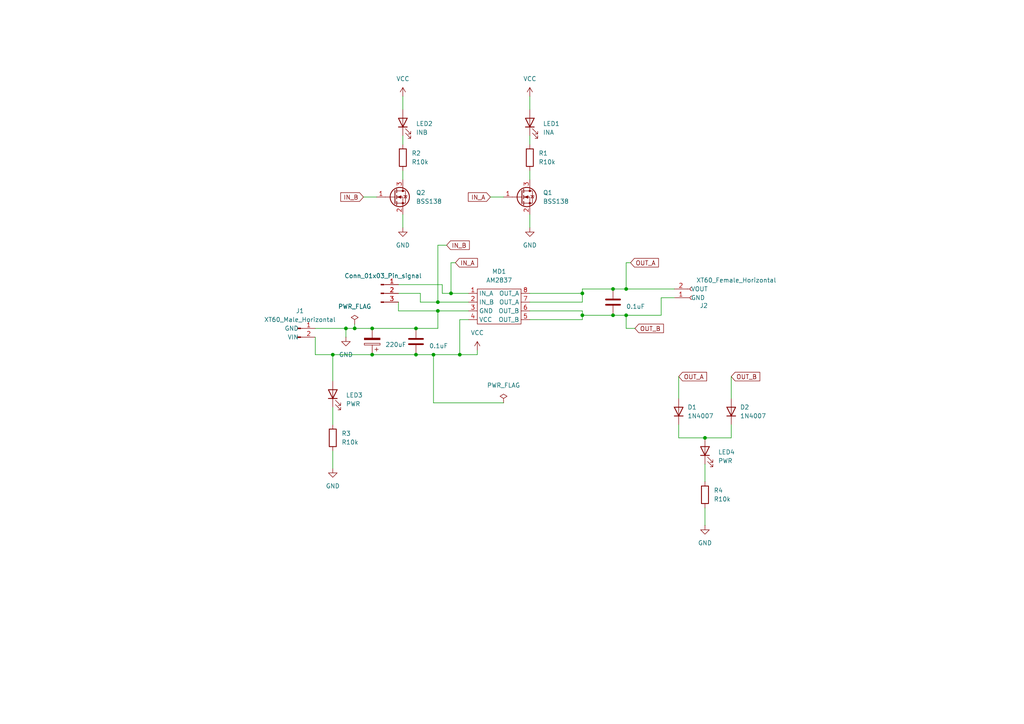
<source format=kicad_sch>
(kicad_sch (version 20250114) (generator "eeschema") (generator_version "9.0")
  (paper "A4")
  (title_block (title "モータードライバ基板（弱）") (date "2024-09-30") (rev "1") (company "明治大学オートメーション研究部") (comment 1 "次田英太") (comment 2 "電気電子生命学科2年"))
  (lib_symbols
    (symbol "00_mylib:AM2837"
      (property "Reference" "MD" (at -0.254 6.35 0))
      (property "Value" "AM2837" (at -2.54 6.35 0))
      (symbol "AM2837_0_1"
        (rectangle (start -6.35 5.08) (end 6.35 -5.08))
      )
      (symbol "AM2837_1_1"
        (pin input line (at -8.89 3.81 0) (length 2.54) (name "IN_A") (number "1"))
        (pin input line (at -8.89 1.27 0) (length 2.54) (name "IN_B") (number "2"))
        (pin power_in line (at -8.89 -1.27 0) (length 2.54) (name "GND") (number "3"))
        (pin power_in line (at -8.89 -3.81 0) (length 2.54) (name "VCC") (number "4"))
        (pin power_out line (at 8.89 3.81 180) (length 2.54) (name "OUT_A") (number "8"))
        (pin power_out line (at 8.89 1.27 180) (length 2.54) (name "OUT_A") (number "7"))
        (pin power_out line (at 8.89 -1.27 180) (length 2.54) (name "OUT_B") (number "6"))
        (pin power_out line (at 8.89 -3.81 180) (length 2.54) (name "OUT_B") (number "5"))
      )
    )
    (symbol "00_mylib:C1608" (pin_numbers (hide yes)) (pin_names (offset 0.254))
      (property "Reference" "C" (at 0.635 2.54 0))
      (property "Value" "C1608" (at 0.635 -2.54 0))
      (symbol "C1608_0_1"
        (polyline (pts (xy -2.032 0.762) (xy 2.032 0.762)) (stroke (width 0.508)))
        (polyline (pts (xy -2.032 -0.762) (xy 2.032 -0.762)) (stroke (width 0.508)))
      )
      (symbol "C1608_1_1"
        (pin passive line (at 0 3.81 270) (length 2.794) (name "~") (number "1"))
        (pin passive line (at 0 -3.81 90) (length 2.794) (name "~") (number "2"))
      )
    )
    (symbol "00_mylib:C_Polarized_SMD" (pin_numbers (hide yes)) (pin_names (offset 0.254))
      (property "Reference" "C" (at 0.635 2.54 0))
      (property "Value" "C_Polarized_SMD_10x10.2" (at 0.635 -2.54 0))
      (symbol "C_Polarized_SMD_0_1"
        (rectangle (start -2.286 0.508) (end 2.286 1.016))
        (polyline (pts (xy -1.778 2.286) (xy -0.762 2.286)))
        (polyline (pts (xy -1.27 2.794) (xy -1.27 1.778)))
        (rectangle (start 2.286 -0.508) (end -2.286 -1.016) (fill (type outline)))
      )
      (symbol "C_Polarized_SMD_1_1"
        (pin passive line (at 0 3.81 270) (length 2.794) (name "~") (number "1"))
        (pin passive line (at 0 -3.81 90) (length 2.794) (name "~") (number "2"))
      )
    )
    (symbol "00_mylib:Conn_01x03_Pin_signal" (pin_names (offset 1.016) (hide yes))
      (property "Value" "Conn_01x03_Pin_signal" (at 0 -5.08 0))
      (symbol "Conn_01x03_Pin_signal_1_1"
        (rectangle (start 0.8636 2.667) (end 0 2.413) (stroke (width 0.1524)) (fill (type outline)))
        (rectangle (start 0.8636 0.127) (end 0 -0.127) (stroke (width 0.1524)) (fill (type outline)))
        (rectangle (start 0.8636 -2.413) (end 0 -2.667) (stroke (width 0.1524)) (fill (type outline)))
        (polyline (pts (xy 1.27 2.54) (xy 0.8636 2.54)) (stroke (width 0.1524)))
        (polyline (pts (xy 1.27 0) (xy 0.8636 0)) (stroke (width 0.1524)))
        (polyline (pts (xy 1.27 -2.54) (xy 0.8636 -2.54)) (stroke (width 0.1524)))
        (pin passive line (at 5.08 2.54 180) (length 3.81) (name "Pin_1") (number "1"))
        (pin passive line (at 5.08 0 180) (length 3.81) (name "Pin_2") (number "2"))
        (pin passive line (at 5.08 -2.54 180) (length 3.81) (name "Pin_3") (number "3"))
      )
    )
    (symbol "00_mylib:LED1608" (pin_numbers (hide yes)) (pin_names (offset 1.016) (hide yes))
      (property "Reference" "LED" (at 0 2.54 0))
      (property "Value" "LED1608" (at 0 -2.54 0))
      (symbol "LED1608_0_1"
        (polyline (pts (xy -3.048 -0.762) (xy -4.572 -2.286) (xy -3.81 -2.286) (xy -4.572 -2.286) (xy -4.572 -1.524)))
        (polyline (pts (xy -1.778 -0.762) (xy -3.302 -2.286) (xy -2.54 -2.286) (xy -3.302 -2.286) (xy -3.302 -1.524)))
        (polyline (pts (xy -1.27 0) (xy 1.27 0)))
        (polyline (pts (xy -1.27 -1.27) (xy -1.27 1.27)) (stroke (width 0.254)))
        (polyline (pts (xy 1.27 -1.27) (xy 1.27 1.27) (xy -1.27 0) (xy 1.27 -1.27)) (stroke (width 0.254)))
      )
      (symbol "LED1608_1_1"
        (pin passive line (at -3.81 0 0) (length 2.54) (name "K") (number "1"))
        (pin passive line (at 3.81 0 180) (length 2.54) (name "A") (number "2"))
      )
    )
    (symbol "00_mylib:R1608" (pin_numbers (hide yes)) (pin_names (offset 0))
      (property "Reference" "R" (at 2.032 0 90))
      (property "Value" "R1608" (at 0 0 90))
      (symbol "R1608_0_1"
        (rectangle (start -1.016 -2.54) (end 1.016 2.54) (stroke (width 0.254)))
      )
      (symbol "R1608_1_1"
        (pin passive line (at 0 3.81 270) (length 1.27) (name "~") (number "1"))
        (pin passive line (at 0 -3.81 90) (length 1.27) (name "~") (number "2"))
      )
    )
    (symbol "00_mylib:XT60_Female_Horizontal" (pin_names (offset 1.016))
      (property "Reference" "J" (at 0 2.54 0))
      (property "Value" "XT60_Female_Horizontal" (at 0 -5.08 0))
      (symbol "XT60_Female_Horizontal_1_1"
        (polyline (pts (xy -1.27 0) (xy -0.508 0)) (stroke (width 0.1524)))
        (polyline (pts (xy -1.27 -2.54) (xy -0.508 -2.54)) (stroke (width 0.1524)))
        (arc (start 0 -0.508) (mid -0.5058 0) (end 0 0.508) (stroke (width 0.1524)))
        (arc (start 0 -3.048) (mid -0.5058 -2.54) (end 0 -2.032) (stroke (width 0.1524)))
        (pin passive line (at -5.08 0 0) (length 3.81) (name "GND") (number "1"))
        (pin power_in line (at -5.08 -2.54 0) (length 3.81) (name "VOUT") (number "2"))
      )
    )
    (symbol "00_mylib:XT60_Male_Horizontal" (pin_names (offset 1.016))
      (property "Reference" "J" (at 0 2.54 0))
      (property "Value" "XT60_Male_Horizontal" (at 0 -5.08 0))
      (symbol "XT60_Male_Horizontal_1_1"
        (rectangle (start 0.8636 0.127) (end 0 -0.127) (stroke (width 0.1524)) (fill (type outline)))
        (rectangle (start 0.8636 -2.413) (end 0 -2.667) (stroke (width 0.1524)) (fill (type outline)))
        (polyline (pts (xy 1.27 0) (xy 0.8636 0)) (stroke (width 0.1524)))
        (polyline (pts (xy 1.27 -2.54) (xy 0.8636 -2.54)) (stroke (width 0.1524)))
        (pin passive line (at 5.08 0 180) (length 3.81) (name "GND") (number "1"))
        (pin power_out line (at 5.08 -2.54 180) (length 3.81) (name "VIN") (number "2"))
      )
    )
    (symbol "Diode:1N4007" (pin_numbers (hide yes)) (pin_names (hide yes))
      (property "Reference" "D" (at 0 2.54 0))
      (property "Value" "1N4007" (at 0 -2.54 0))
      (symbol "1N4007_0_1"
        (polyline (pts (xy -1.27 1.27) (xy -1.27 -1.27)) (stroke (width 0.254)))
        (polyline (pts (xy 1.27 1.27) (xy 1.27 -1.27) (xy -1.27 0) (xy 1.27 1.27)) (stroke (width 0.254)))
        (polyline (pts (xy 1.27 0) (xy -1.27 0)))
      )
      (symbol "1N4007_1_1"
        (pin passive line (at -3.81 0 0) (length 2.54) (name "K") (number "1"))
        (pin passive line (at 3.81 0 180) (length 2.54) (name "A") (number "2"))
      )
    )
    (symbol "Transistor_FET:BSS138" (pin_names (hide yes))
      (property "Reference" "Q" (at 5.08 1.905 0))
      (property "Value" "BSS138" (at 5.08 0 0))
      (symbol "BSS138_0_1"
        (polyline (pts (xy 0.254 1.905) (xy 0.254 -1.905)) (stroke (width 0.254)))
        (polyline (pts (xy 0.254 0) (xy -2.54 0)))
        (polyline (pts (xy 0.762 2.286) (xy 0.762 1.27)) (stroke (width 0.254)))
        (polyline (pts (xy 0.762 0.508) (xy 0.762 -0.508)) (stroke (width 0.254)))
        (polyline (pts (xy 0.762 -1.27) (xy 0.762 -2.286)) (stroke (width 0.254)))
        (polyline (pts (xy 0.762 -1.778) (xy 3.302 -1.778) (xy 3.302 1.778) (xy 0.762 1.778)))
        (polyline (pts (xy 1.016 0) (xy 2.032 0.381) (xy 2.032 -0.381) (xy 1.016 0)) (fill (type outline)))
        (circle (center 1.651 0) (radius 2.794) (stroke (width 0.254)))
        (polyline (pts (xy 2.54 2.54) (xy 2.54 1.778)))
        (circle (center 2.54 1.778) (radius 0.254) (fill (type outline)))
        (circle (center 2.54 -1.778) (radius 0.254) (fill (type outline)))
        (polyline (pts (xy 2.54 -2.54) (xy 2.54 0) (xy 0.762 0)))
        (polyline (pts (xy 2.794 0.508) (xy 2.921 0.381) (xy 3.683 0.381) (xy 3.81 0.254)))
        (polyline (pts (xy 3.302 0.381) (xy 2.921 -0.254) (xy 3.683 -0.254) (xy 3.302 0.381)))
      )
      (symbol "BSS138_1_1"
        (pin input line (at -5.08 0 0) (length 2.54) (name "G") (number "1"))
        (pin passive line (at 2.54 5.08 270) (length 2.54) (name "D") (number "3"))
        (pin passive line (at 2.54 -5.08 90) (length 2.54) (name "S") (number "2"))
      )
    )
    (symbol "power:GND" (power) (pin_numbers (hide yes)) (pin_names (offset 0) (hide yes))
      (property "Value" "GND" (at 0 -3.81 0))
      (symbol "GND_0_1"
        (polyline (pts (xy 0 0) (xy 0 -1.27) (xy 1.27 -1.27) (xy 0 -2.54) (xy -1.27 -1.27) (xy 0 -1.27)))
      )
      (symbol "GND_1_1"
        (pin power_in line (at 0 0 270) (length 0) (name "~") (number "1"))
      )
    )
    (symbol "power:PWR_FLAG" (power) (pin_numbers (hide yes)) (pin_names (offset 0) (hide yes))
      (property "Value" "PWR_FLAG" (at 0 3.81 0))
      (symbol "PWR_FLAG_0_0"
        (pin power_out line (at 0 0 90) (length 0) (name "~") (number "1"))
      )
      (symbol "PWR_FLAG_0_1"
        (polyline (pts (xy 0 0) (xy 0 1.27) (xy -1.016 1.905) (xy 0 2.54) (xy 1.016 1.905) (xy 0 1.27)))
      )
    )
    (symbol "power:VCC" (power) (pin_numbers (hide yes)) (pin_names (offset 0) (hide yes))
      (property "Value" "VCC" (at 0 3.556 0))
      (symbol "VCC_0_1"
        (polyline (pts (xy -0.762 1.27) (xy 0 2.54)))
        (polyline (pts (xy 0 2.54) (xy 0.762 1.27)))
        (polyline (pts (xy 0 0) (xy 0 2.54)))
      )
      (symbol "VCC_1_1"
        (pin power_in line (at 0 0 90) (length 0) (name "~") (number "1"))
      )
    )
  )
  (junction (at 102.87 95.25))
  (junction (at 130.81 85.09))
  (junction (at 177.8 83.82))
  (junction (at 96.52 102.87))
  (junction (at 120.65 95.25))
  (junction (at 127 90.17))
  (junction (at 204.47 127))
  (junction (at 181.61 83.82))
  (junction (at 107.95 102.87))
  (junction (at 100.33 95.25))
  (junction (at 127 87.63))
  (junction (at 125.73 102.87))
  (junction (at 133.35 102.87))
  (junction (at 181.61 91.44))
  (junction (at 177.8 91.44))
  (junction (at 168.91 91.44))
  (junction (at 107.95 95.25))
  (junction (at 120.65 102.87))
  (junction (at 168.91 85.09))
  (wire (pts (xy 127 87.63) (xy 135.89 87.63)))
  (wire (pts (xy 121.92 85.09) (xy 121.92 87.63)))
  (wire (pts (xy 153.67 92.71) (xy 168.91 92.71)))
  (wire (pts (xy 181.61 95.25) (xy 181.61 91.44)))
  (wire (pts (xy 91.44 97.79) (xy 91.44 102.87)))
  (wire (pts (xy 135.89 92.71) (xy 133.35 92.71)))
  (wire (pts (xy 184.15 95.25) (xy 181.61 95.25)))
  (wire (pts (xy 133.35 92.71) (xy 133.35 102.87)))
  (wire (pts (xy 116.84 27.94) (xy 116.84 31.75)))
  (wire (pts (xy 127 71.12) (xy 127 87.63)))
  (wire (pts (xy 153.67 90.17) (xy 168.91 90.17)))
  (wire (pts (xy 132.08 76.2) (xy 130.81 76.2)))
  (wire (pts (xy 153.67 62.23) (xy 153.67 66.04)))
  (wire (pts (xy 127 95.25) (xy 127 90.17)))
  (wire (pts (xy 168.91 91.44) (xy 177.8 91.44)))
  (wire (pts (xy 107.95 102.87) (xy 120.65 102.87)))
  (wire (pts (xy 96.52 102.87) (xy 96.52 110.49)))
  (wire (pts (xy 115.57 85.09) (xy 121.92 85.09)))
  (wire (pts (xy 168.91 91.44) (xy 168.91 92.71)))
  (wire (pts (xy 138.43 102.87) (xy 133.35 102.87)))
  (wire (pts (xy 168.91 85.09) (xy 168.91 83.82)))
  (wire (pts (xy 212.09 127) (xy 204.47 127)))
  (wire (pts (xy 107.95 95.25) (xy 120.65 95.25)))
  (wire (pts (xy 153.67 27.94) (xy 153.67 31.75)))
  (wire (pts (xy 146.05 116.84) (xy 125.73 116.84)))
  (wire (pts (xy 191.77 86.36) (xy 191.77 91.44)))
  (wire (pts (xy 130.81 76.2) (xy 130.81 85.09)))
  (wire (pts (xy 96.52 102.87) (xy 107.95 102.87)))
  (wire (pts (xy 102.87 93.98) (xy 102.87 95.25)))
  (wire (pts (xy 120.65 95.25) (xy 127 95.25)))
  (wire (pts (xy 116.84 39.37) (xy 116.84 41.91)))
  (wire (pts (xy 182.88 76.2) (xy 181.61 76.2)))
  (wire (pts (xy 100.33 95.25) (xy 100.33 97.79)))
  (wire (pts (xy 91.44 95.25) (xy 100.33 95.25)))
  (wire (pts (xy 121.92 87.63) (xy 127 87.63)))
  (wire (pts (xy 102.87 95.25) (xy 107.95 95.25)))
  (wire (pts (xy 204.47 134.62) (xy 204.47 139.7)))
  (wire (pts (xy 133.35 102.87) (xy 125.73 102.87)))
  (wire (pts (xy 168.91 83.82) (xy 177.8 83.82)))
  (wire (pts (xy 115.57 90.17) (xy 127 90.17)))
  (wire (pts (xy 153.67 87.63) (xy 168.91 87.63)))
  (wire (pts (xy 204.47 147.32) (xy 204.47 152.4)))
  (wire (pts (xy 130.81 85.09) (xy 135.89 85.09)))
  (wire (pts (xy 191.77 91.44) (xy 181.61 91.44)))
  (wire (pts (xy 168.91 90.17) (xy 168.91 91.44)))
  (wire (pts (xy 196.85 127) (xy 204.47 127)))
  (wire (pts (xy 105.41 57.15) (xy 109.22 57.15)))
  (wire (pts (xy 138.43 101.6) (xy 138.43 102.87)))
  (wire (pts (xy 153.67 39.37) (xy 153.67 41.91)))
  (wire (pts (xy 142.24 57.15) (xy 146.05 57.15)))
  (wire (pts (xy 116.84 62.23) (xy 116.84 66.04)))
  (wire (pts (xy 115.57 82.55) (xy 128.27 82.55)))
  (wire (pts (xy 196.85 109.22) (xy 196.85 115.57)))
  (wire (pts (xy 128.27 85.09) (xy 130.81 85.09)))
  (wire (pts (xy 177.8 83.82) (xy 181.61 83.82)))
  (wire (pts (xy 181.61 76.2) (xy 181.61 83.82)))
  (wire (pts (xy 212.09 123.19) (xy 212.09 127)))
  (wire (pts (xy 153.67 85.09) (xy 168.91 85.09)))
  (wire (pts (xy 96.52 118.11) (xy 96.52 123.19)))
  (wire (pts (xy 168.91 87.63) (xy 168.91 85.09)))
  (wire (pts (xy 195.58 86.36) (xy 191.77 86.36)))
  (wire (pts (xy 153.67 49.53) (xy 153.67 52.07)))
  (wire (pts (xy 129.54 71.12) (xy 127 71.12)))
  (wire (pts (xy 181.61 91.44) (xy 177.8 91.44)))
  (wire (pts (xy 100.33 95.25) (xy 102.87 95.25)))
  (wire (pts (xy 125.73 102.87) (xy 120.65 102.87)))
  (wire (pts (xy 128.27 82.55) (xy 128.27 85.09)))
  (wire (pts (xy 116.84 49.53) (xy 116.84 52.07)))
  (wire (pts (xy 127 90.17) (xy 135.89 90.17)))
  (wire (pts (xy 196.85 123.19) (xy 196.85 127)))
  (wire (pts (xy 125.73 116.84) (xy 125.73 102.87)))
  (wire (pts (xy 212.09 109.22) (xy 212.09 115.57)))
  (wire (pts (xy 181.61 83.82) (xy 195.58 83.82)))
  (wire (pts (xy 96.52 130.81) (xy 96.52 135.89)))
  (wire (pts (xy 115.57 87.63) (xy 115.57 90.17)))
  (wire (pts (xy 91.44 102.87) (xy 96.52 102.87)))
  (global_label "OUT_B" (shape input) (at 184.15 95.25 0) (property "Intersheetrefs" "${INTERSHEET_REFS}" (effects (hide yes))))
  (global_label "IN_A" (shape input) (at 132.08 76.2 0) (property "Intersheetrefs" "${INTERSHEET_REFS}" (effects (hide yes))))
  (global_label "IN_B" (shape input) (at 129.54 71.12 0) (property "Intersheetrefs" "${INTERSHEET_REFS}" (effects (hide yes))))
  (global_label "OUT_B" (shape input) (at 212.09 109.22 0) (property "Intersheetrefs" "${INTERSHEET_REFS}" (effects (hide yes))))
  (global_label "OUT_A" (shape input) (at 182.88 76.2 0) (property "Intersheetrefs" "${INTERSHEET_REFS}" (effects (hide yes))))
  (global_label "OUT_A" (shape input) (at 196.85 109.22 0) (property "Intersheetrefs" "${INTERSHEET_REFS}" (effects (hide yes))))
  (global_label "IN_A" (shape input) (at 142.24 57.15 180) (property "Intersheetrefs" "${INTERSHEET_REFS}" (effects (hide yes))))
  (global_label "IN_B" (shape input) (at 105.41 57.15 180) (property "Intersheetrefs" "${INTERSHEET_REFS}" (effects (hide yes))))
  (symbol (lib_id "00_mylib:LED1608") (at 96.52 114.3 90) (unit 1)
    (property "Reference" "LED3" (at 100.33 114.6174 90) (effects (justify right)))
    (property "Value" "PWR" (at 100.33 117.1574 90) (effects (justify right)))
    (property "Footprint" "LED_SMD:LED_0603_1608Metric_Pad1.05x0.95mm_HandSolder" (effects (hide yes)))
    (property "Description" "Light emitting diode" (effects (hide yes)))
  )
  (symbol (lib_id "power:PWR_FLAG") (at 146.05 116.84 0) (unit 1)
    (property "Reference" "#FLG01" (effects (hide yes)))
    (property "Value" "PWR_FLAG" (at 146.05 111.76 0))
    (property "Description" "Special symbol for telling ERC where power comes from" (effects (hide yes)))
  )
  (symbol (lib_id "00_mylib:Conn_01x03_Pin_signal") (at 110.49 85.09 0) (unit 1)
    (property "Reference" "J3" (effects (hide yes)))
    (property "Value" "Conn_01x03_Pin_signal" (at 111.125 80.01 0))
    (property "Footprint" "Connector_JST:JST_XH_B3B-XH-A_1x03_P2.50mm_Vertical" (effects (hide yes)))
    (property "Description" "Generic connector, single row, 01x03, script generated" (effects (hide yes)))
  )
  (symbol (lib_id "Transistor_FET:BSS138") (at 114.3 57.15 0) (unit 1)
    (property "Reference" "Q2" (at 120.65 55.8799 0) (effects (justify left)))
    (property "Value" "BSS138" (at 120.65 58.4199 0) (effects (justify left)))
    (property "Footprint" "Package_TO_SOT_SMD:SOT-23" (effects (hide yes)))
    (property "Datasheet" "https://www.onsemi.com/pub/Collateral/BSS138-D.PDF" (effects (hide yes)))
    (property "Description" "50V Vds, 0.22A Id, N-Channel MOSFET, SOT-23" (effects (hide yes)))
  )
  (symbol (lib_id "00_mylib:C_Polarized_SMD") (at 107.95 99.06 180) (unit 1)
    (property "Reference" "C1" (effects (hide yes)))
    (property "Value" "220uF" (at 111.76 99.9489 0) (effects (justify right)))
    (property "Footprint" "Capacitor_THT:C_Radial_D8.0mm_H11.5mm_P3.50mm" (effects (hide yes)))
    (property "Description" "Polarized capacitor" (effects (hide yes)))
  )
  (symbol (lib_id "00_mylib:C1608") (at 120.65 99.06 0) (unit 1)
    (property "Reference" "C2" (effects (hide yes)))
    (property "Value" "0.1uF" (at 124.46 100.3299 0) (effects (justify left)))
    (property "Footprint" "Capacitor_SMD:C_0603_1608Metric_Pad1.08x0.95mm_HandSolder" (effects (hide yes)))
    (property "Description" "Unpolarized capacitor" (effects (hide yes)))
  )
  (symbol (lib_id "Diode:1N4007") (at 196.85 119.38 90) (unit 1)
    (property "Reference" "D1" (at 199.39 118.1099 90) (effects (justify right)))
    (property "Value" "1N4007" (at 199.39 120.6499 90) (effects (justify right)))
    (property "Footprint" "Diode_THT:D_DO-41_SOD81_P10.16mm_Horizontal" (effects (hide yes)))
    (property "Datasheet" "http://www.vishay.com/docs/88503/1n4001.pdf" (effects (hide yes)))
    (property "Description" "1000V 1A General Purpose Rectifier Diode, DO-41" (effects (hide yes)))
    (property "Sim.Device" "D" (effects (hide yes)))
    (property "Sim.Pins" "1=K 2=A" (effects (hide yes)))
  )
  (symbol (lib_id "power:GND") (at 100.33 97.79 0) (unit 1)
    (property "Reference" "#PWR01" (effects (hide yes)))
    (property "Value" "GND" (at 100.33 102.87 0))
    (property "Description" "Power symbol creates a global label with name \"GND\" , ground" (effects (hide yes)))
  )
  (symbol (lib_id "00_mylib:LED1608") (at 204.47 130.81 90) (unit 1)
    (property "Reference" "LED4" (at 208.28 131.1274 90) (effects (justify right)))
    (property "Value" "PWR" (at 208.28 133.6674 90) (effects (justify right)))
    (property "Footprint" "LED_SMD:LED_0603_1608Metric_Pad1.05x0.95mm_HandSolder" (effects (hide yes)))
    (property "Description" "Light emitting diode" (effects (hide yes)))
  )
  (symbol (lib_id "power:GND") (at 116.84 66.04 0) (unit 1)
    (property "Reference" "#PWR06" (effects (hide yes)))
    (property "Value" "GND" (at 116.84 71.12 0))
    (property "Description" "Power symbol creates a global label with name \"GND\" , ground" (effects (hide yes)))
  )
  (symbol (lib_id "power:GND") (at 153.67 66.04 0) (unit 1)
    (property "Reference" "#PWR07" (effects (hide yes)))
    (property "Value" "GND" (at 153.67 71.12 0))
    (property "Description" "Power symbol creates a global label with name \"GND\" , ground" (effects (hide yes)))
  )
  (symbol (lib_id "Diode:1N4007") (at 212.09 119.38 90) (unit 1)
    (property "Reference" "D2" (at 214.63 118.1099 90) (effects (justify right)))
    (property "Value" "1N4007" (at 214.63 120.6499 90) (effects (justify right)))
    (property "Footprint" "Diode_THT:D_DO-41_SOD81_P10.16mm_Horizontal" (effects (hide yes)))
    (property "Datasheet" "http://www.vishay.com/docs/88503/1n4001.pdf" (effects (hide yes)))
    (property "Description" "1000V 1A General Purpose Rectifier Diode, DO-41" (effects (hide yes)))
    (property "Sim.Device" "D" (effects (hide yes)))
    (property "Sim.Pins" "1=K 2=A" (effects (hide yes)))
  )
  (symbol (lib_id "power:VCC") (at 116.84 27.94 0) (unit 1)
    (property "Reference" "#PWR04" (effects (hide yes)))
    (property "Value" "VCC" (at 116.84 22.86 0))
    (property "Description" "Power symbol creates a global label with name \"VCC\"" (effects (hide yes)))
  )
  (symbol (lib_id "power:PWR_FLAG") (at 102.87 93.98 0) (unit 1)
    (property "Reference" "#FLG02" (effects (hide yes)))
    (property "Value" "PWR_FLAG" (at 102.87 88.9 0))
    (property "Description" "Special symbol for telling ERC where power comes from" (effects (hide yes)))
  )
  (symbol (lib_id "00_mylib:XT60_Male_Horizontal") (at 86.36 95.25 0) (unit 1)
    (property "Reference" "J1" (at 86.995 90.17 0))
    (property "Value" "XT60_Male_Horizontal" (at 86.995 92.71 0))
    (property "Footprint" "Connector_AMASS:AMASS_XT60PW-M_1x02_P7.20mm_Horizontal" (effects (hide yes)))
    (property "Description" "Generic connector, single row, 01x02, script generated" (effects (hide yes)))
  )
  (symbol (lib_id "00_mylib:LED1608") (at 153.67 35.56 90) (unit 1)
    (property "Reference" "LED1" (at 157.48 35.8774 90) (effects (justify right)))
    (property "Value" "INA" (at 157.48 38.4174 90) (effects (justify right)))
    (property "Footprint" "LED_SMD:LED_0603_1608Metric_Pad1.05x0.95mm_HandSolder" (effects (hide yes)))
    (property "Description" "Light emitting diode" (effects (hide yes)))
  )
  (symbol (lib_id "00_mylib:C1608") (at 177.8 87.63 0) (unit 1)
    (property "Reference" "C3" (effects (hide yes)))
    (property "Value" "0.1uF" (at 181.61 88.8999 0) (effects (justify left)))
    (property "Footprint" "Capacitor_SMD:C_0603_1608Metric_Pad1.08x0.95mm_HandSolder" (effects (hide yes)))
    (property "Description" "Unpolarized capacitor" (effects (hide yes)))
  )
  (symbol (lib_id "power:GND") (at 204.47 152.4 0) (unit 1)
    (property "Reference" "#PWR08" (effects (hide yes)))
    (property "Value" "GND" (at 204.47 157.48 0))
    (property "Description" "Power symbol creates a global label with name \"GND\" , ground" (effects (hide yes)))
  )
  (symbol (lib_id "00_mylib:AM2837") (at 144.78 88.9 0) (unit 1)
    (property "Reference" "MD1" (at 144.78 78.74 0))
    (property "Value" "AM2837" (at 144.78 81.28 0))
    (property "Footprint" "Package_SO:SOP-8_3.9x4.9mm_P1.27mm" (effects (hide yes)))
    (property "Datasheet" "https://akizukidenshi.com/goodsaffix/AM2837.pdf" (effects (hide yes)))
  )
  (symbol (lib_id "00_mylib:LED1608") (at 116.84 35.56 90) (unit 1)
    (property "Reference" "LED2" (at 120.65 35.8774 90) (effects (justify right)))
    (property "Value" "INB" (at 120.65 38.4174 90) (effects (justify right)))
    (property "Footprint" "LED_SMD:LED_0603_1608Metric_Pad1.05x0.95mm_HandSolder" (effects (hide yes)))
    (property "Description" "Light emitting diode" (effects (hide yes)))
  )
  (symbol (lib_id "00_mylib:XT60_Female_Horizontal") (at 200.66 86.36 0) (mirror x) (unit 1)
    (property "Reference" "J2" (at 202.946 88.646 0) (effects (justify left)))
    (property "Value" "XT60_Female_Horizontal" (at 201.93 81.28 0) (effects (justify left)))
    (property "Footprint" "Connector_AMASS:AMASS_XT60PW-F_1x02_P7.20mm_Horizontal" (effects (hide yes)))
    (property "Description" "Generic connector, single row, 01x02, script generated" (effects (hide yes)))
  )
  (symbol (lib_id "00_mylib:R1608") (at 116.84 45.72 0) (unit 1)
    (property "Reference" "R2" (at 119.38 44.4499 0) (effects (justify left)))
    (property "Value" "R10k" (at 119.38 46.9899 0) (effects (justify left)))
    (property "Footprint" "Resistor_SMD:R_0603_1608Metric_Pad0.98x0.95mm_HandSolder" (effects (hide yes)))
    (property "Description" "Resistor" (effects (hide yes)))
  )
  (symbol (lib_id "00_mylib:R1608") (at 153.67 45.72 0) (unit 1)
    (property "Reference" "R1" (at 156.21 44.4499 0) (effects (justify left)))
    (property "Value" "R10k" (at 156.21 46.9899 0) (effects (justify left)))
    (property "Footprint" "Resistor_SMD:R_0603_1608Metric_Pad0.98x0.95mm_HandSolder" (effects (hide yes)))
    (property "Description" "Resistor" (effects (hide yes)))
  )
  (symbol (lib_id "Transistor_FET:BSS138") (at 151.13 57.15 0) (unit 1)
    (property "Reference" "Q1" (at 157.48 55.8799 0) (effects (justify left)))
    (property "Value" "BSS138" (at 157.48 58.4199 0) (effects (justify left)))
    (property "Footprint" "Package_TO_SOT_SMD:SOT-23" (effects (hide yes)))
    (property "Datasheet" "https://www.onsemi.com/pub/Collateral/BSS138-D.PDF" (effects (hide yes)))
    (property "Description" "50V Vds, 0.22A Id, N-Channel MOSFET, SOT-23" (effects (hide yes)))
  )
  (symbol (lib_id "power:VCC") (at 153.67 27.94 0) (unit 1)
    (property "Reference" "#PWR03" (effects (hide yes)))
    (property "Value" "VCC" (at 153.67 22.86 0))
    (property "Description" "Power symbol creates a global label with name \"VCC\"" (effects (hide yes)))
  )
  (symbol (lib_id "00_mylib:R1608") (at 96.52 127 0) (unit 1)
    (property "Reference" "R3" (at 99.06 125.7299 0) (effects (justify left)))
    (property "Value" "R10k" (at 99.06 128.2699 0) (effects (justify left)))
    (property "Footprint" "Resistor_SMD:R_0603_1608Metric_Pad0.98x0.95mm_HandSolder" (effects (hide yes)))
    (property "Description" "Resistor" (effects (hide yes)))
  )
  (symbol (lib_id "power:VCC") (at 138.43 101.6 0) (unit 1)
    (property "Reference" "#PWR02" (effects (hide yes)))
    (property "Value" "VCC" (at 138.43 96.52 0))
    (property "Description" "Power symbol creates a global label with name \"VCC\"" (effects (hide yes)))
  )
  (symbol (lib_id "power:GND") (at 96.52 135.89 0) (unit 1)
    (property "Reference" "#PWR05" (effects (hide yes)))
    (property "Value" "GND" (at 96.52 140.97 0))
    (property "Description" "Power symbol creates a global label with name \"GND\" , ground" (effects (hide yes)))
  )
  (symbol (lib_id "00_mylib:R1608") (at 204.47 143.51 0) (unit 1)
    (property "Reference" "R4" (at 207.01 142.2399 0) (effects (justify left)))
    (property "Value" "R10k" (at 207.01 144.7799 0) (effects (justify left)))
    (property "Footprint" "Resistor_SMD:R_0603_1608Metric_Pad0.98x0.95mm_HandSolder" (effects (hide yes)))
    (property "Description" "Resistor" (effects (hide yes)))
  )
)
</source>
